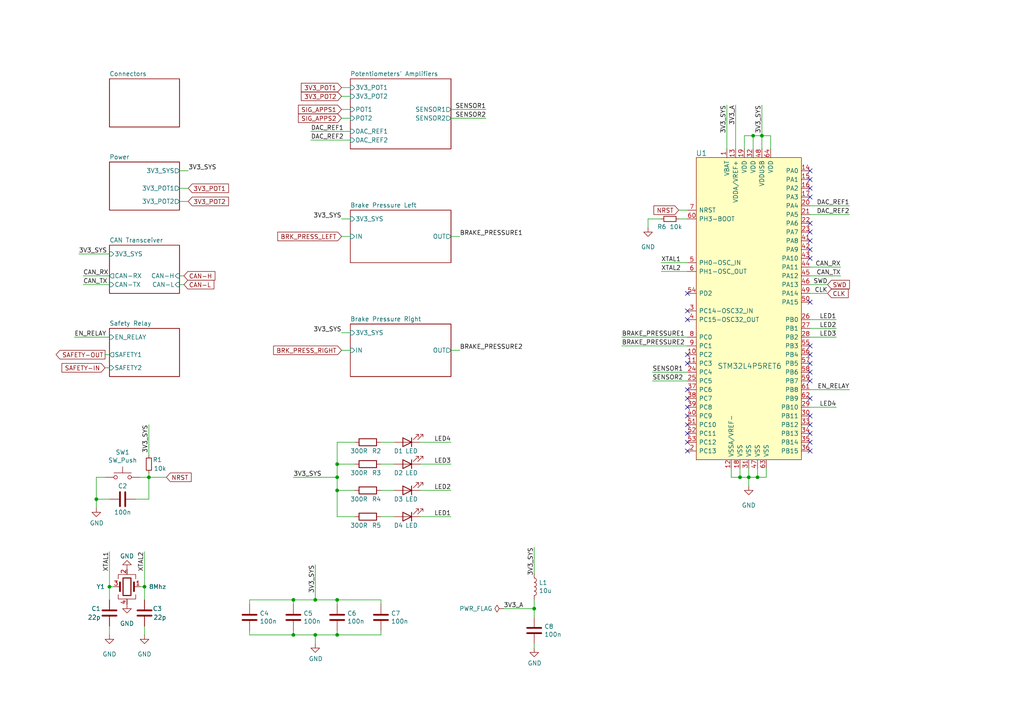
<source format=kicad_sch>
(kicad_sch (version 20230121) (generator eeschema)
  (paper "A4")
  (title_block (title "Accelerator Pedal Position Sensor") (date "2023-04-22") (rev "2.0") (company "S. Sambor") (comment 1 "J. Jurczak") (comment 2 "P. Gawron") (comment 3 "I. Kajdan"))
  (lib_symbols
    (symbol "Device:C" (pin_numbers hide) (pin_names (offset 0.254))
      (property "Reference" "C" (at 0.635 2.54 0))
      (property "Value" "C" (at 0.635 -2.54 0))
      (symbol "C_0_1"
        (polyline (pts (xy -2.032 -0.762) (xy 2.032 -0.762)) (stroke (width 0.508)))
        (polyline (pts (xy -2.032 0.762) (xy 2.032 0.762)) (stroke (width 0.508)))
      )
      (symbol "C_1_1"
        (pin passive line (at 0 3.81 270) (length 2.794) (name "~") (number "1"))
        (pin passive line (at 0 -3.81 90) (length 2.794) (name "~") (number "2"))
      )
    )
    (symbol "Device:Crystal_GND24" (pin_names (offset 1.016) hide)
      (property "Reference" "Y" (at 3.175 5.08 0))
      (property "Value" "Crystal_GND24" (at 3.175 3.175 0))
      (symbol "Crystal_GND24_0_1"
        (rectangle (start -1.143 2.54) (end 1.143 -2.54) (stroke (width 0.3048)))
        (polyline (pts (xy -2.54 0) (xy -2.032 0)))
        (polyline (pts (xy -2.032 -1.27) (xy -2.032 1.27)) (stroke (width 0.508)))
        (polyline (pts (xy 0 -3.81) (xy 0 -3.556)))
        (polyline (pts (xy 0 3.556) (xy 0 3.81)))
        (polyline (pts (xy 2.032 -1.27) (xy 2.032 1.27)) (stroke (width 0.508)))
        (polyline (pts (xy 2.032 0) (xy 2.54 0)))
        (polyline (pts (xy -2.54 -2.286) (xy -2.54 -3.556) (xy 2.54 -3.556) (xy 2.54 -2.286)))
        (polyline (pts (xy -2.54 2.286) (xy -2.54 3.556) (xy 2.54 3.556) (xy 2.54 2.286)))
      )
      (symbol "Crystal_GND24_1_1"
        (pin passive line (at -3.81 0 0) (length 1.27) (name "1") (number "1"))
        (pin passive line (at 0 5.08 270) (length 1.27) (name "2") (number "2"))
        (pin passive line (at 3.81 0 180) (length 1.27) (name "3") (number "3"))
        (pin passive line (at 0 -5.08 90) (length 1.27) (name "4") (number "4"))
      )
    )
    (symbol "Device:L" (pin_numbers hide) (pin_names (offset 1.016) hide)
      (property "Reference" "L" (at -1.27 0 90))
      (property "Value" "L" (at 1.905 0 90))
      (symbol "L_0_1"
        (arc (start 0 -2.54) (mid 0.6323 -1.905) (end 0 -1.27))
        (arc (start 0 -1.27) (mid 0.6323 -0.635) (end 0 0))
        (arc (start 0 0) (mid 0.6323 0.635) (end 0 1.27))
        (arc (start 0 1.27) (mid 0.6323 1.905) (end 0 2.54))
      )
      (symbol "L_1_1"
        (pin passive line (at 0 3.81 270) (length 1.27) (name "1") (number "1"))
        (pin passive line (at 0 -3.81 90) (length 1.27) (name "2") (number "2"))
      )
    )
    (symbol "Device:LED" (pin_numbers hide) (pin_names (offset 1.016) hide)
      (property "Reference" "D" (at 0 2.54 0))
      (property "Value" "LED" (at 0 -2.54 0))
      (symbol "LED_0_1"
        (polyline (pts (xy -1.27 -1.27) (xy -1.27 1.27)) (stroke (width 0.254)))
        (polyline (pts (xy -1.27 0) (xy 1.27 0)))
        (polyline (pts (xy 1.27 -1.27) (xy 1.27 1.27) (xy -1.27 0) (xy 1.27 -1.27)) (stroke (width 0.254)))
        (polyline (pts (xy -3.048 -0.762) (xy -4.572 -2.286) (xy -3.81 -2.286) (xy -4.572 -2.286) (xy -4.572 -1.524)))
        (polyline (pts (xy -1.778 -0.762) (xy -3.302 -2.286) (xy -2.54 -2.286) (xy -3.302 -2.286) (xy -3.302 -1.524)))
      )
      (symbol "LED_1_1"
        (pin passive line (at -3.81 0 0) (length 2.54) (name "K") (number "1"))
        (pin passive line (at 3.81 0 180) (length 2.54) (name "A") (number "2"))
      )
    )
    (symbol "Device:R" (pin_numbers hide) (pin_names (offset 0))
      (property "Reference" "R" (at 2.032 0 90))
      (property "Value" "R" (at 0 0 90))
      (symbol "R_0_1"
        (rectangle (start -1.016 -2.54) (end 1.016 2.54) (stroke (width 0.254)))
      )
      (symbol "R_1_1"
        (pin passive line (at 0 3.81 270) (length 1.27) (name "~") (number "1"))
        (pin passive line (at 0 -3.81 90) (length 1.27) (name "~") (number "2"))
      )
    )
    (symbol "Device:R_Small" (pin_numbers hide) (pin_names (offset 0.254) hide)
      (property "Reference" "R" (at 0.762 0.508 0))
      (property "Value" "R_Small" (at 0.762 -1.016 0))
      (symbol "R_Small_0_1"
        (rectangle (start -0.762 1.778) (end 0.762 -1.778) (stroke (width 0.2032)))
      )
      (symbol "R_Small_1_1"
        (pin passive line (at 0 2.54 270) (length 0.762) (name "~") (number "1"))
        (pin passive line (at 0 -2.54 90) (length 0.762) (name "~") (number "2"))
      )
    )
    (symbol "STM32L4P5RET6:STM32L4P5RET6" (pin_names (offset 0.762))
      (property "Reference" "U" (at -13.97 43.18 0))
      (property "Value" "STM32L4P5RET6" (at 0 -20.32 90))
      (symbol "STM32L4P5RET6_0_0"
        (pin power_in line (at -6.35 44.45 270) (length 2.54) (name "VBAT") (number "1"))
        (pin bidirectional line (at -17.78 -15.24 0) (length 2.54) (name "PC2") (number "10"))
        (pin bidirectional line (at -17.78 -17.78 0) (length 2.54) (name "PC3") (number "11"))
        (pin power_in line (at -5.08 -48.26 90) (length 2.54) (name "VSSA/VREF-") (number "12"))
        (pin power_in line (at -3.81 44.45 270) (length 2.54) (name "VDDA/VREF+") (number "13"))
        (pin bidirectional line (at 17.78 38.1 180) (length 2.54) (name "PA0") (number "14"))
        (pin bidirectional line (at 17.78 35.56 180) (length 2.54) (name "PA1") (number "15"))
        (pin bidirectional line (at 17.78 33.02 180) (length 2.54) (name "PA2") (number "16"))
        (pin bidirectional line (at 17.78 30.48 180) (length 2.54) (name "PA3") (number "17"))
        (pin power_in line (at -2.54 -48.26 90) (length 2.54) (name "VSS") (number "18"))
        (pin power_in line (at -1.27 44.45 270) (length 2.54) (name "VDD") (number "19"))
        (pin bidirectional line (at -17.78 -43.18 0) (length 2.54) (name "PC13") (number "2"))
        (pin bidirectional line (at 17.78 27.94 180) (length 2.54) (name "PA4") (number "20"))
        (pin bidirectional line (at 17.78 25.4 180) (length 2.54) (name "PA5") (number "21"))
        (pin bidirectional line (at 17.78 22.86 180) (length 2.54) (name "PA6") (number "22"))
        (pin bidirectional line (at 17.78 20.32 180) (length 2.54) (name "PA7") (number "23"))
        (pin bidirectional line (at -17.78 -20.32 0) (length 2.54) (name "PC4") (number "24"))
        (pin bidirectional line (at -17.78 -22.86 0) (length 2.54) (name "PC5") (number "25"))
        (pin bidirectional line (at 17.78 -5.08 180) (length 2.54) (name "PB0") (number "26"))
        (pin bidirectional line (at 17.78 -7.62 180) (length 2.54) (name "PB1") (number "27"))
        (pin bidirectional line (at 17.78 -10.16 180) (length 2.54) (name "PB2") (number "28"))
        (pin bidirectional line (at 17.78 -30.48 180) (length 2.54) (name "PB10") (number "29"))
        (pin bidirectional line (at -17.78 -2.54 0) (length 2.54) (name "PC14-OSC32_IN") (number "3"))
        (pin bidirectional line (at 17.78 -33.02 180) (length 2.54) (name "PB11") (number "30"))
        (pin power_in line (at 0 -48.26 90) (length 2.54) (name "VSS") (number "31"))
        (pin power_in line (at 1.27 44.45 270) (length 2.54) (name "VDD") (number "32"))
        (pin bidirectional line (at 17.78 -35.56 180) (length 2.54) (name "PB12") (number "33"))
        (pin bidirectional line (at 17.78 -38.1 180) (length 2.54) (name "PB13") (number "34"))
        (pin bidirectional line (at 17.78 -40.64 180) (length 2.54) (name "PB14") (number "35"))
        (pin bidirectional line (at 17.78 -43.18 180) (length 2.54) (name "PB15") (number "36"))
        (pin bidirectional line (at -17.78 -25.4 0) (length 2.54) (name "PC6") (number "37"))
        (pin bidirectional line (at -17.78 -27.94 0) (length 2.54) (name "PC7") (number "38"))
        (pin bidirectional line (at -17.78 -30.48 0) (length 2.54) (name "PC8") (number "39"))
        (pin bidirectional line (at -17.78 -5.08 0) (length 2.54) (name "PC15-OSC32_OUT") (number "4"))
        (pin bidirectional line (at -17.78 -33.02 0) (length 2.54) (name "PC9") (number "40"))
        (pin bidirectional line (at 17.78 17.78 180) (length 2.54) (name "PA8") (number "41"))
        (pin bidirectional line (at 17.78 15.24 180) (length 2.54) (name "PA9") (number "42"))
        (pin bidirectional line (at 17.78 12.7 180) (length 2.54) (name "PA10") (number "43"))
        (pin bidirectional line (at 17.78 10.16 180) (length 2.54) (name "PA11") (number "44"))
        (pin bidirectional line (at 17.78 7.62 180) (length 2.54) (name "PA12") (number "45"))
        (pin bidirectional line (at 17.78 5.08 180) (length 2.54) (name "PA13") (number "46"))
        (pin power_in line (at 2.54 -48.26 90) (length 2.54) (name "VSS") (number "47"))
        (pin power_in line (at 3.81 44.45 270) (length 2.54) (name "VDDUSB") (number "48"))
        (pin bidirectional line (at 17.78 2.54 180) (length 2.54) (name "PA14") (number "49"))
        (pin input line (at -17.78 11.43 0) (length 2.54) (name "PH0-OSC_IN") (number "5"))
        (pin bidirectional line (at 17.78 0 180) (length 2.54) (name "PA15") (number "50"))
        (pin bidirectional line (at -17.78 -35.56 0) (length 2.54) (name "PC10") (number "51"))
        (pin bidirectional line (at -17.78 -38.1 0) (length 2.54) (name "PC11") (number "52"))
        (pin bidirectional line (at -17.78 -40.64 0) (length 2.54) (name "PC12") (number "53"))
        (pin bidirectional line (at -17.78 2.54 0) (length 2.54) (name "PD2") (number "54"))
        (pin bidirectional line (at 17.78 -12.7 180) (length 2.54) (name "PB3") (number "55"))
        (pin bidirectional line (at 17.78 -15.24 180) (length 2.54) (name "PB4") (number "56"))
        (pin bidirectional line (at 17.78 -17.78 180) (length 2.54) (name "PB5") (number "57"))
        (pin bidirectional line (at 17.78 -20.32 180) (length 2.54) (name "PB6") (number "58"))
        (pin bidirectional line (at 17.78 -22.86 180) (length 2.54) (name "PB7") (number "59"))
        (pin input line (at -17.78 8.89 0) (length 2.54) (name "PH1-OSC_OUT") (number "6"))
        (pin input line (at -17.78 24.13 0) (length 2.54) (name "PH3-BOOT") (number "60"))
        (pin bidirectional line (at 17.78 -25.4 180) (length 2.54) (name "PB8") (number "61"))
        (pin bidirectional line (at 17.78 -27.94 180) (length 2.54) (name "PB9") (number "62"))
        (pin power_in line (at 5.08 -48.26 90) (length 2.54) (name "VSS") (number "63"))
        (pin power_in line (at 6.35 44.45 270) (length 2.54) (name "VDD") (number "64"))
        (pin input line (at -17.78 26.67 0) (length 2.54) (name "NRST") (number "7"))
        (pin bidirectional line (at -17.78 -10.16 0) (length 2.54) (name "PC0") (number "8"))
        (pin bidirectional line (at -17.78 -12.7 0) (length 2.54) (name "PC1") (number "9"))
      )
      (symbol "STM32L4P5RET6_0_1"
        (rectangle (start 15.24 41.91) (end -15.24 -45.72) (fill (type background)))
      )
    )
    (symbol "Switch:SW_Push" (pin_numbers hide) (pin_names (offset 1.016) hide)
      (property "Reference" "SW" (at 1.27 2.54 0))
      (property "Value" "SW_Push" (at 0 -1.524 0))
      (symbol "SW_Push_0_1"
        (circle (center -2.032 0) (radius 0.508))
        (polyline (pts (xy 0 1.27) (xy 0 3.048)))
        (polyline (pts (xy 2.54 1.27) (xy -2.54 1.27)))
        (circle (center 2.032 0) (radius 0.508))
        (pin passive line (at -5.08 0 0) (length 2.54) (name "1") (number "1"))
        (pin passive line (at 5.08 0 180) (length 2.54) (name "2") (number "2"))
      )
    )
    (symbol "power:GND" (power) (pin_names (offset 0))
      (property "Value" "GND" (at 0 -3.81 0))
      (symbol "GND_0_1"
        (polyline (pts (xy 0 0) (xy 0 -1.27) (xy 1.27 -1.27) (xy 0 -2.54) (xy -1.27 -1.27) (xy 0 -1.27)))
      )
      (symbol "GND_1_1"
        (pin power_in line (at 0 0 270) (length 0) hide (name "GND") (number "1"))
      )
    )
    (symbol "power:PWR_FLAG" (power) (pin_numbers hide) (pin_names (offset 0) hide)
      (property "Value" "PWR_FLAG" (at 0 3.81 0))
      (symbol "PWR_FLAG_0_0"
        (pin power_out line (at 0 0 90) (length 0) (name "pwr") (number "1"))
      )
      (symbol "PWR_FLAG_0_1"
        (polyline (pts (xy 0 0) (xy 0 1.27) (xy -1.016 1.905) (xy 0 2.54) (xy 1.016 1.905) (xy 0 1.27)))
      )
    )
  )
  (junction (at 91.44 184.15))
  (junction (at 31.75 170.18))
  (junction (at 218.44 39.37))
  (junction (at 43.18 138.43))
  (junction (at 97.79 173.99))
  (junction (at 97.79 184.15))
  (junction (at 85.09 184.15))
  (junction (at 214.63 138.43))
  (junction (at 219.71 138.43))
  (junction (at 27.94 144.78))
  (junction (at 220.98 39.37))
  (junction (at 91.44 173.99))
  (junction (at 97.79 138.43))
  (junction (at 97.79 134.62))
  (junction (at 85.09 173.99))
  (junction (at 154.94 176.53))
  (junction (at 97.79 142.24))
  (junction (at 41.91 170.18))
  (junction (at 217.17 138.43))
  (no_connect (at 234.95 64.77))
  (no_connect (at 234.95 67.31))
  (no_connect (at 234.95 57.15))
  (no_connect (at 234.95 54.61))
  (no_connect (at 234.95 52.07))
  (no_connect (at 234.95 49.53))
  (no_connect (at 234.95 107.95))
  (no_connect (at 234.95 110.49))
  (no_connect (at 234.95 105.41))
  (no_connect (at 234.95 100.33))
  (no_connect (at 234.95 102.87))
  (no_connect (at 234.95 87.63))
  (no_connect (at 234.95 74.93))
  (no_connect (at 234.95 72.39))
  (no_connect (at 234.95 69.85))
  (no_connect (at 199.39 92.71))
  (no_connect (at 199.39 90.17))
  (no_connect (at 199.39 85.09))
  (no_connect (at 199.39 113.03))
  (no_connect (at 199.39 115.57))
  (no_connect (at 199.39 102.87))
  (no_connect (at 199.39 105.41))
  (no_connect (at 234.95 123.19))
  (no_connect (at 234.95 125.73))
  (no_connect (at 234.95 128.27))
  (no_connect (at 234.95 130.81))
  (no_connect (at 234.95 120.65))
  (no_connect (at 234.95 115.57))
  (no_connect (at 199.39 130.81))
  (no_connect (at 199.39 128.27))
  (no_connect (at 199.39 118.11))
  (no_connect (at 199.39 120.65))
  (no_connect (at 199.39 123.19))
  (no_connect (at 199.39 125.73))
  (wire (pts (xy 243.84 77.47) (xy 234.95 77.47)))
  (wire (pts (xy 187.96 63.5) (xy 191.77 63.5)))
  (wire (pts (xy 91.44 173.99) (xy 97.79 173.99)))
  (wire (pts (xy 243.84 80.01) (xy 234.95 80.01)))
  (wire (pts (xy 99.06 34.29) (xy 101.6 34.29)))
  (wire (pts (xy 110.49 142.24) (xy 114.3 142.24)))
  (wire (pts (xy 27.94 147.32) (xy 27.94 144.78)))
  (wire (pts (xy 99.06 31.75) (xy 101.6 31.75)))
  (wire (pts (xy 72.39 184.15) (xy 72.39 182.88)))
  (wire (pts (xy 242.57 95.25) (xy 234.95 95.25)))
  (wire (pts (xy 222.25 138.43) (xy 222.25 135.89)))
  (wire (pts (xy 102.87 149.86) (xy 97.79 149.86)))
  (wire (pts (xy 99.06 63.5) (xy 101.6 63.5)))
  (wire (pts (xy 27.94 138.43) (xy 30.48 138.43)))
  (wire (pts (xy 39.37 144.78) (xy 43.18 144.78)))
  (wire (pts (xy 97.79 128.27) (xy 102.87 128.27)))
  (wire (pts (xy 99.06 101.6) (xy 101.6 101.6)))
  (wire (pts (xy 40.64 170.18) (xy 41.91 170.18)))
  (wire (pts (xy 90.17 40.64) (xy 101.6 40.64)))
  (wire (pts (xy 91.44 184.15) (xy 97.79 184.15)))
  (wire (pts (xy 91.44 173.99) (xy 85.09 173.99)))
  (wire (pts (xy 85.09 182.88) (xy 85.09 184.15)))
  (wire (pts (xy 219.71 138.43) (xy 222.25 138.43)))
  (wire (pts (xy 219.71 138.43) (xy 219.71 135.89)))
  (wire (pts (xy 99.06 68.58) (xy 101.6 68.58)))
  (wire (pts (xy 97.79 149.86) (xy 97.79 142.24)))
  (wire (pts (xy 52.07 58.42) (xy 54.61 58.42)))
  (wire (pts (xy 212.09 135.89) (xy 212.09 138.43)))
  (wire (pts (xy 43.18 138.43) (xy 48.26 138.43)))
  (wire (pts (xy 154.94 179.07) (xy 154.94 176.53)))
  (wire (pts (xy 31.75 170.18) (xy 33.02 170.18)))
  (wire (pts (xy 52.07 80.01) (xy 53.34 80.01)))
  (wire (pts (xy 187.96 63.5) (xy 187.96 66.04)))
  (wire (pts (xy 97.79 142.24) (xy 102.87 142.24)))
  (wire (pts (xy 220.98 39.37) (xy 223.52 39.37)))
  (wire (pts (xy 191.77 78.74) (xy 199.39 78.74)))
  (wire (pts (xy 43.18 123.19) (xy 43.18 132.08)))
  (wire (pts (xy 31.75 170.18) (xy 31.75 173.99)))
  (wire (pts (xy 85.09 173.99) (xy 72.39 173.99)))
  (wire (pts (xy 212.09 138.43) (xy 214.63 138.43)))
  (wire (pts (xy 97.79 138.43) (xy 97.79 134.62)))
  (wire (pts (xy 121.92 134.62) (xy 130.81 134.62)))
  (wire (pts (xy 91.44 184.15) (xy 91.44 186.69)))
  (wire (pts (xy 223.52 39.37) (xy 223.52 43.18)))
  (wire (pts (xy 24.13 80.01) (xy 31.75 80.01)))
  (wire (pts (xy 199.39 97.79) (xy 180.34 97.79)))
  (wire (pts (xy 85.09 184.15) (xy 91.44 184.15)))
  (wire (pts (xy 214.63 138.43) (xy 214.63 135.89)))
  (wire (pts (xy 85.09 138.43) (xy 97.79 138.43)))
  (wire (pts (xy 217.17 138.43) (xy 219.71 138.43)))
  (wire (pts (xy 189.23 107.95) (xy 199.39 107.95)))
  (wire (pts (xy 242.57 92.71) (xy 234.95 92.71)))
  (wire (pts (xy 154.94 158.75) (xy 154.94 166.37)))
  (wire (pts (xy 30.48 102.87) (xy 31.75 102.87)))
  (wire (pts (xy 246.38 59.69) (xy 234.95 59.69)))
  (wire (pts (xy 40.64 138.43) (xy 43.18 138.43)))
  (wire (pts (xy 41.91 160.02) (xy 41.91 170.18)))
  (wire (pts (xy 246.38 62.23) (xy 234.95 62.23)))
  (wire (pts (xy 90.17 38.1) (xy 101.6 38.1)))
  (wire (pts (xy 121.92 128.27) (xy 130.81 128.27)))
  (wire (pts (xy 110.49 149.86) (xy 114.3 149.86)))
  (wire (pts (xy 41.91 184.15) (xy 41.91 181.61)))
  (wire (pts (xy 121.92 142.24) (xy 130.81 142.24)))
  (wire (pts (xy 110.49 134.62) (xy 114.3 134.62)))
  (wire (pts (xy 97.79 138.43) (xy 97.79 142.24)))
  (wire (pts (xy 217.17 138.43) (xy 217.17 140.97)))
  (wire (pts (xy 110.49 173.99) (xy 110.49 175.26)))
  (wire (pts (xy 97.79 134.62) (xy 97.79 128.27)))
  (wire (pts (xy 99.06 96.52) (xy 101.6 96.52)))
  (wire (pts (xy 91.44 163.83) (xy 91.44 173.99)))
  (wire (pts (xy 97.79 182.88) (xy 97.79 184.15)))
  (wire (pts (xy 30.48 106.68) (xy 31.75 106.68)))
  (wire (pts (xy 52.07 49.53) (xy 54.61 49.53)))
  (wire (pts (xy 85.09 184.15) (xy 72.39 184.15)))
  (wire (pts (xy 130.81 68.58) (xy 133.35 68.58)))
  (wire (pts (xy 154.94 186.69) (xy 154.94 187.96)))
  (wire (pts (xy 97.79 134.62) (xy 102.87 134.62)))
  (wire (pts (xy 43.18 144.78) (xy 43.18 138.43)))
  (wire (pts (xy 110.49 128.27) (xy 114.3 128.27)))
  (wire (pts (xy 220.98 39.37) (xy 220.98 43.18)))
  (wire (pts (xy 242.57 118.11) (xy 234.95 118.11)))
  (wire (pts (xy 21.59 97.79) (xy 31.75 97.79)))
  (wire (pts (xy 189.23 110.49) (xy 199.39 110.49)))
  (wire (pts (xy 52.07 82.55) (xy 53.34 82.55)))
  (wire (pts (xy 99.06 27.94) (xy 101.6 27.94)))
  (wire (pts (xy 218.44 39.37) (xy 220.98 39.37)))
  (wire (pts (xy 130.81 31.75) (xy 140.97 31.75)))
  (wire (pts (xy 191.77 76.2) (xy 199.39 76.2)))
  (wire (pts (xy 199.39 100.33) (xy 180.34 100.33)))
  (wire (pts (xy 146.05 176.53) (xy 154.94 176.53)))
  (wire (pts (xy 130.81 101.6) (xy 133.35 101.6)))
  (wire (pts (xy 97.79 173.99) (xy 97.79 175.26)))
  (wire (pts (xy 246.38 113.03) (xy 234.95 113.03)))
  (wire (pts (xy 22.86 73.66) (xy 31.75 73.66)))
  (wire (pts (xy 240.03 82.55) (xy 234.95 82.55)))
  (wire (pts (xy 24.13 82.55) (xy 31.75 82.55)))
  (wire (pts (xy 27.94 144.78) (xy 27.94 138.43)))
  (wire (pts (xy 85.09 173.99) (xy 85.09 175.26)))
  (wire (pts (xy 196.85 60.96) (xy 199.39 60.96)))
  (wire (pts (xy 220.98 30.48) (xy 220.98 39.37)))
  (wire (pts (xy 52.07 54.61) (xy 54.61 54.61)))
  (wire (pts (xy 215.9 43.18) (xy 215.9 39.37)))
  (wire (pts (xy 110.49 173.99) (xy 97.79 173.99)))
  (wire (pts (xy 217.17 135.89) (xy 217.17 138.43)))
  (wire (pts (xy 110.49 182.88) (xy 110.49 184.15)))
  (wire (pts (xy 27.94 144.78) (xy 31.75 144.78)))
  (wire (pts (xy 72.39 173.99) (xy 72.39 175.26)))
  (wire (pts (xy 43.18 137.16) (xy 43.18 138.43)))
  (wire (pts (xy 41.91 173.99) (xy 41.91 170.18)))
  (wire (pts (xy 242.57 97.79) (xy 234.95 97.79)))
  (wire (pts (xy 240.03 85.09) (xy 234.95 85.09)))
  (wire (pts (xy 130.81 34.29) (xy 140.97 34.29)))
  (wire (pts (xy 210.82 30.48) (xy 210.82 43.18)))
  (wire (pts (xy 196.85 63.5) (xy 199.39 63.5)))
  (wire (pts (xy 215.9 39.37) (xy 218.44 39.37)))
  (wire (pts (xy 31.75 181.61) (xy 31.75 184.15)))
  (wire (pts (xy 213.36 30.48) (xy 213.36 43.18)))
  (wire (pts (xy 214.63 138.43) (xy 217.17 138.43)))
  (wire (pts (xy 121.92 149.86) (xy 130.81 149.86)))
  (wire (pts (xy 218.44 39.37) (xy 218.44 43.18)))
  (wire (pts (xy 99.06 25.4) (xy 101.6 25.4)))
  (wire (pts (xy 31.75 160.02) (xy 31.75 170.18)))
  (wire (pts (xy 154.94 176.53) (xy 154.94 173.99)))
  (wire (pts (xy 110.49 184.15) (xy 97.79 184.15)))
  (label "LED3" (at 130.81 134.62 180))
  (label "XTAL2" (at 41.91 160.02 270))
  (label "3V3_SYS" (at 22.86 73.66 0))
  (label "DAC_REF2" (at 90.17 40.64 0))
  (label "CLK" (at 240.03 85.09 180))
  (label "3V3_SYS" (at 154.94 158.75 270))
  (label "3V3_SYS" (at 85.09 138.43 0))
  (label "LED3" (at 242.57 97.79 180))
  (label "XTAL2" (at 191.77 78.74 0))
  (label "XTAL1" (at 191.77 76.2 0))
  (label "3V3_A" (at 146.05 176.53 0))
  (label "3V3_SYS" (at 210.82 30.48 270))
  (label "3V3_A" (at 213.36 30.48 270))
  (label "3V3_SYS" (at 91.44 163.83 270))
  (label "BRAKE_PRESSURE2" (at 180.34 100.33 0))
  (label "SENSOR2" (at 140.97 34.29 180))
  (label "BRAKE_PRESSURE1" (at 180.34 97.79 0))
  (label "SWD" (at 240.03 82.55 180))
  (label "XTAL1" (at 31.75 160.02 270))
  (label "SENSOR1" (at 189.23 107.95 0))
  (label "3V3_SYS" (at 54.61 49.53 0))
  (label "LED2" (at 242.57 95.25 180))
  (label "SENSOR2" (at 189.23 110.49 0))
  (label "LED2" (at 130.81 142.24 180))
  (label "3V3_SYS" (at 220.98 30.48 270))
  (label "LED1" (at 130.81 149.86 180))
  (label "3V3_SYS" (at 99.06 96.52 180))
  (label "BRAKE_PRESSURE2" (at 133.35 101.6 0))
  (label "3V3_SYS" (at 43.18 123.19 270))
  (label "CAN_TX" (at 243.84 80.01 180))
  (label "EN_RELAY" (at 246.38 113.03 180))
  (label "SENSOR1" (at 140.97 31.75 180))
  (label "LED4" (at 242.57 118.11 180))
  (label "LED4" (at 130.81 128.27 180))
  (label "3V3_SYS" (at 99.06 63.5 180))
  (label "DAC_REF1" (at 246.38 59.69 180))
  (label "EN_RELAY" (at 21.59 97.79 0))
  (label "CAN_TX" (at 24.13 82.55 0))
  (label "LED1" (at 242.57 92.71 180))
  (label "DAC_REF2" (at 246.38 62.23 180))
  (label "CAN_RX" (at 243.84 77.47 180))
  (label "CAN_RX" (at 24.13 80.01 0))
  (label "DAC_REF1" (at 90.17 38.1 0))
  (label "BRAKE_PRESSURE1" (at 133.35 68.58 0))
  (global_label "BRK_PRESS_RIGHT" (shape input) (at 99.06 101.6 180) (property "Intersheetrefs" "${INTERSHEET_REFS}" (effects hide)))
  (global_label "CLK" (shape input) (at 240.03 85.09 0) (property "Intersheetrefs" "${INTERSHEET_REFS}" (effects hide)))
  (global_label "BRK_PRESS_LEFT" (shape input) (at 99.06 68.58 180) (property "Intersheetrefs" "${INTERSHEET_REFS}" (effects hide)))
  (global_label "SIG_APPS1" (shape input) (at 99.06 31.75 180) (property "Intersheetrefs" "${INTERSHEET_REFS}" (effects hide)))
  (global_label "SAFETY-OUT" (shape output) (at 30.48 102.87 180) (property "Intersheetrefs" "${INTERSHEET_REFS}" (effects hide)))
  (global_label "CAN-L" (shape input) (at 53.34 82.55 0) (property "Intersheetrefs" "${INTERSHEET_REFS}" (effects hide)))
  (global_label "3V3_POT2" (shape input) (at 54.61 58.42 0) (property "Intersheetrefs" "${INTERSHEET_REFS}" (effects hide)))
  (global_label "NRST" (shape input) (at 196.85 60.96 180) (property "Intersheetrefs" "${INTERSHEET_REFS}" (effects hide)))
  (global_label "SAFETY-IN" (shape input) (at 30.48 106.68 180) (property "Intersheetrefs" "${INTERSHEET_REFS}" (effects hide)))
  (global_label "SWD" (shape input) (at 240.03 82.55 0) (property "Intersheetrefs" "${INTERSHEET_REFS}" (effects hide)))
  (global_label "NRST" (shape input) (at 48.26 138.43 0) (property "Intersheetrefs" "${INTERSHEET_REFS}" (effects hide)))
  (global_label "CAN-H" (shape input) (at 53.34 80.01 0) (property "Intersheetrefs" "${INTERSHEET_REFS}" (effects hide)))
  (global_label "3V3_POT2" (shape input) (at 99.06 27.94 180) (property "Intersheetrefs" "${INTERSHEET_REFS}" (effects hide)))
  (global_label "3V3_POT1" (shape input) (at 54.61 54.61 0) (property "Intersheetrefs" "${INTERSHEET_REFS}" (effects hide)))
  (global_label "SIG_APPS2" (shape input) (at 99.06 34.29 180) (property "Intersheetrefs" "${INTERSHEET_REFS}" (effects hide)))
  (global_label "3V3_POT1" (shape input) (at 99.06 25.4 180) (property "Intersheetrefs" "${INTERSHEET_REFS}" (effects hide)))
  (symbol (lib_id "Device:C") (at 72.39 179.07 0) (unit 1)
    (property "Reference" "C4" (at 75.311 177.9016 0) (effects (justify left)))
    (property "Value" "100n" (at 75.311 180.213 0) (effects (justify left)))
    (property "Footprint" "Capacitor_SMD:C_0603_1608Metric_Pad1.08x0.95mm_HandSolder" (effects hide))
  )
  (symbol (lib_id "Device:C") (at 85.09 179.07 0) (unit 1)
    (property "Reference" "C5" (at 88.011 177.9016 0) (effects (justify left)))
    (property "Value" "100n" (at 88.011 180.213 0) (effects (justify left)))
    (property "Footprint" "Capacitor_SMD:C_0603_1608Metric_Pad1.08x0.95mm_HandSolder" (effects hide))
  )
  (symbol (lib_id "Device:C") (at 97.79 179.07 0) (unit 1)
    (property "Reference" "C6" (at 100.711 177.9016 0) (effects (justify left)))
    (property "Value" "100n" (at 100.711 180.213 0) (effects (justify left)))
    (property "Footprint" "Capacitor_SMD:C_0603_1608Metric_Pad1.08x0.95mm_HandSolder" (effects hide))
  )
  (symbol (lib_id "Device:C") (at 110.49 179.07 0) (unit 1)
    (property "Reference" "C7" (at 113.411 177.9016 0) (effects (justify left)))
    (property "Value" "100n" (at 113.411 180.213 0) (effects (justify left)))
    (property "Footprint" "Capacitor_SMD:C_0603_1608Metric_Pad1.08x0.95mm_HandSolder" (effects hide))
  )
  (symbol (lib_id "Device:L") (at 154.94 170.18 0) (unit 1)
    (property "Reference" "L1" (at 156.2862 169.0116 0) (effects (justify left)))
    (property "Value" "10u" (at 156.2862 171.323 0) (effects (justify left)))
    (property "Footprint" "Inductor_SMD:L_0603_1608Metric_Pad1.05x0.95mm_HandSolder" (effects hide))
  )
  (symbol (lib_id "Device:C") (at 154.94 182.88 0) (unit 1)
    (property "Reference" "C8" (at 157.861 181.7116 0) (effects (justify left)))
    (property "Value" "100n" (at 157.861 184.023 0) (effects (justify left)))
    (property "Footprint" "Capacitor_SMD:C_0603_1608Metric_Pad1.08x0.95mm_HandSolder" (effects hide))
  )
  (symbol (lib_id "power:GND") (at 91.44 186.69 0) (unit 1)
    (property "Reference" "#PWR06" (effects hide))
    (property "Value" "GND" (at 91.567 191.0842 0))
  )
  (symbol (lib_id "power:GND") (at 154.94 187.96 0) (unit 1)
    (property "Reference" "#PWR07" (effects hide))
    (property "Value" "GND" (at 155.067 192.3542 0))
  )
  (symbol (lib_id "Device:R_Small") (at 194.31 63.5 90) (mirror x) (unit 1)
    (property "Reference" "R6" (at 193.294 65.786 90) (effects (justify left)))
    (property "Value" "10k" (at 197.866 65.786 90) (effects (justify left)))
    (property "Footprint" "Resistor_SMD:R_0603_1608Metric_Pad0.98x0.95mm_HandSolder" (effects hide))
  )
  (symbol (lib_id "Device:C") (at 35.56 144.78 270) (unit 1)
    (property "Reference" "C2" (at 35.56 140.97 90))
    (property "Value" "100n" (at 35.56 148.59 90))
    (property "Footprint" "Capacitor_SMD:C_0603_1608Metric_Pad1.08x0.95mm_HandSolder" (effects hide))
  )
  (symbol (lib_id "Switch:SW_Push") (at 35.56 138.43 0) (unit 1)
    (property "Reference" "SW1" (at 35.56 131.191 0))
    (property "Value" "SW_Push" (at 35.56 133.5024 0))
    (property "Footprint" "Button_Switch_THT:SW_PUSH_6mm" (effects hide))
  )
  (symbol (lib_id "Device:C") (at 31.75 177.8 0) (unit 1)
    (property "Reference" "C1" (at 29.21 176.53 0) (effects (justify right)))
    (property "Value" "22p" (at 29.21 179.07 0) (effects (justify right)))
    (property "Footprint" "Capacitor_SMD:C_0603_1608Metric_Pad1.08x0.95mm_HandSolder" (effects hide))
  )
  (symbol (lib_id "Device:C") (at 41.91 177.8 0) (unit 1)
    (property "Reference" "C3" (at 46.99 176.53 0) (effects (justify right)))
    (property "Value" "22p" (at 48.26 179.07 0) (effects (justify right)))
    (property "Footprint" "Capacitor_SMD:C_0603_1608Metric_Pad1.08x0.95mm_HandSolder" (effects hide))
  )
  (symbol (lib_id "Device:R") (at 106.68 149.86 90) (unit 1)
    (property "Reference" "R5" (at 109.22 152.4 90))
    (property "Value" "300R" (at 104.14 152.4 90))
    (property "Footprint" "Resistor_SMD:R_0603_1608Metric_Pad0.98x0.95mm_HandSolder" (effects hide))
  )
  (symbol (lib_id "Device:R") (at 106.68 142.24 270) (unit 1)
    (property "Reference" "R4" (at 109.22 144.78 90))
    (property "Value" "300R" (at 104.14 144.78 90))
    (property "Footprint" "Resistor_SMD:R_0603_1608Metric_Pad0.98x0.95mm_HandSolder" (effects hide))
  )
  (symbol (lib_id "Device:R") (at 106.68 134.62 270) (unit 1)
    (property "Reference" "R3" (at 109.22 137.16 90))
    (property "Value" "300R" (at 104.14 137.16 90))
    (property "Footprint" "Resistor_SMD:R_0603_1608Metric_Pad0.98x0.95mm_HandSolder" (effects hide))
  )
  (symbol (lib_id "Device:LED") (at 118.11 149.86 180) (unit 1)
    (property "Reference" "D4" (at 115.57 152.4 0))
    (property "Value" "LED" (at 119.38 152.4 0))
    (property "Footprint" "LED_SMD:LED_0603_1608Metric_Pad1.05x0.95mm_HandSolder" (effects hide))
  )
  (symbol (lib_id "Device:LED") (at 118.11 142.24 180) (unit 1)
    (property "Reference" "D3" (at 115.57 144.78 0))
    (property "Value" "LED" (at 119.38 144.78 0))
    (property "Footprint" "LED_SMD:LED_0603_1608Metric_Pad1.05x0.95mm_HandSolder" (effects hide))
  )
  (symbol (lib_id "Device:LED") (at 118.11 134.62 180) (unit 1)
    (property "Reference" "D2" (at 115.57 137.16 0))
    (property "Value" "LED" (at 119.38 137.16 0))
    (property "Footprint" "LED_SMD:LED_0603_1608Metric_Pad1.05x0.95mm_HandSolder" (effects hide))
  )
  (symbol (lib_id "power:GND") (at 27.94 147.32 0) (unit 1)
    (property "Reference" "#PWR01" (effects hide))
    (property "Value" "GND" (at 28.067 151.7142 0))
  )
  (symbol (lib_id "Device:R_Small") (at 43.18 134.62 180) (unit 1)
    (property "Reference" "R1" (at 46.99 133.35 0) (effects (justify left)))
    (property "Value" "10k" (at 48.26 135.89 0) (effects (justify left)))
    (property "Footprint" "Resistor_SMD:R_0603_1608Metric_Pad0.98x0.95mm_HandSolder" (effects hide))
  )
  (symbol (lib_id "STM32L4P5RET6:STM32L4P5RET6") (at 217.17 87.63 0) (unit 1)
    (property "Reference" "U1" (at 203.454 44.45 0) (effects (font (size 1.524 1.524))))
    (property "Value" "STM32L4P5RET6" (at 217.424 106.172 0) (effects (font (size 1.524 1.524))))
    (property "Footprint" "Package_QFP:LQFP-64_10x10mm_P0.5mm" (effects hide))
    (property "Datasheet" "https://www.st.com/resource/en/datasheet/stm32l4p5ve.pdf" (effects hide))
  )
  (symbol (lib_id "power:GND") (at 36.83 165.1 180) (unit 1)
    (property "Reference" "#PWR03" (effects hide))
    (property "Value" "GND" (at 36.83 161.29 0))
  )
  (symbol (lib_id "power:GND") (at 41.91 184.15 0) (unit 1)
    (property "Reference" "#PWR05" (effects hide))
    (property "Value" "GND" (at 41.91 189.738 0))
  )
  (symbol (lib_id "power:GND") (at 187.96 66.04 0) (unit 1)
    (property "Reference" "#PWR08" (effects hide))
    (property "Value" "GND" (at 187.96 71.628 0))
  )
  (symbol (lib_id "power:GND") (at 31.75 184.15 0) (unit 1)
    (property "Reference" "#PWR02" (effects hide))
    (property "Value" "GND" (at 31.75 189.738 0))
  )
  (symbol (lib_id "Device:LED") (at 118.11 128.27 180) (unit 1)
    (property "Reference" "D1" (at 115.57 130.81 0))
    (property "Value" "LED" (at 119.38 130.81 0))
    (property "Footprint" "LED_SMD:LED_0603_1608Metric_Pad1.05x0.95mm_HandSolder" (effects hide))
  )
  (symbol (lib_id "power:PWR_FLAG") (at 146.05 176.53 90) (unit 1)
    (property "Reference" "#FLG01" (effects hide))
    (property "Value" "PWR_FLAG" (at 142.875 176.5299 90) (effects (justify left)))
  )
  (symbol (lib_id "power:GND") (at 36.83 175.26 0) (unit 1)
    (property "Reference" "#PWR04" (effects hide))
    (property "Value" "GND" (at 36.83 180.848 0))
  )
  (symbol (lib_id "Device:R") (at 106.68 128.27 90) (unit 1)
    (property "Reference" "R2" (at 109.22 130.81 90))
    (property "Value" "300R" (at 104.14 130.81 90))
    (property "Footprint" "Resistor_SMD:R_0603_1608Metric_Pad0.98x0.95mm_HandSolder" (effects hide))
  )
  (symbol (lib_id "Device:Crystal_GND24") (at 36.83 170.18 0) (mirror y) (unit 1)
    (property "Reference" "Y1" (at 27.94 170.18 0) (effects (justify right)))
    (property "Value" "8Mhz" (at 43.18 170.18 0) (effects (justify right)))
    (property "Footprint" "Crystal:Crystal_SMD_3225-4Pin_3.2x2.5mm" (effects hide))
  )
  (symbol (lib_id "power:GND") (at 217.17 140.97 0) (unit 1)
    (property "Reference" "#PWR09" (effects hide))
    (property "Value" "GND" (at 217.17 146.558 0))
  )
  (sheet (at 31.75 46.99) (size 20.32 13.97)
    (property "Sheetname" "Power" (at 31.75 46.2784 0) (effects (justify left bottom)))
    (property "Sheetfile" "PowerModule.kicad_sch" (effects hide))
    (pin "3V3_POT1" output (at 52.07 54.61 0))
    (pin "3V3_POT2" output (at 52.07 58.42 0))
    (pin "3V3_SYS" output (at 52.07 49.53 0))
  )
  (sheet (at 31.75 71.12) (size 20.32 13.97)
    (property "Sheetname" "CAN Transceiver" (at 31.75 70.4084 0) (effects (justify left bottom)))
    (property "Sheetfile" "CAN.kicad_sch" (effects hide))
    (pin "CAN-H" input (at 52.07 80.01 0))
    (pin "CAN-L" input (at 52.07 82.55 0))
    (pin "CAN-RX" output (at 31.75 80.01 180))
    (pin "3V3_SYS" input (at 31.75 73.66 180))
    (pin "CAN-TX" input (at 31.75 82.55 180))
  )
  (sheet (at 31.75 95.25) (size 20.32 13.97)
    (property "Sheetname" "Safety Relay" (at 31.75 94.5384 0) (effects (justify left bottom)))
    (property "Sheetfile" "Safety.kicad_sch" (effects hide))
    (pin "SAFETY2" input (at 31.75 106.68 180))
    (pin "EN_RELAY" input (at 31.75 97.79 180))
    (pin "SAFETY1" output (at 31.75 102.87 180))
  )
  (sheet (at 101.6 22.86) (size 29.21 20.32)
    (property "Sheetname" "Potentiometers' Amplifiers" (at 101.6 22.1484 0) (effects (justify left bottom)))
    (property "Sheetfile" "AnalogInputs.kicad_sch" (effects hide))
    (pin "3V3_POT2" input (at 101.6 27.94 180))
    (pin "3V3_POT1" input (at 101.6 25.4 180))
    (pin "SENSOR2" output (at 130.81 34.29 0))
    (pin "SENSOR1" output (at 130.81 31.75 0))
    (pin "POT2" input (at 101.6 34.29 180))
    (pin "POT1" input (at 101.6 31.75 180))
    (pin "DAC_REF2" input (at 101.6 40.64 180))
    (pin "DAC_REF1" input (at 101.6 38.1 180))
  )
  (sheet (at 31.75 22.86) (size 20.32 13.97)
    (property "Sheetname" "Connectors" (at 31.75 22.1484 0) (effects (justify left bottom)))
    (property "Sheetfile" "Connectros.kicad_sch" (effects hide))
  )
  (sheet (at 101.6 93.98) (size 29.21 15.24) (stroke (width 0.1524))
    (property "Sheetname" "Brake Pressure Right" (at 101.6 93.2684 0) (effects (justify left bottom)))
    (property "Sheetfile" "brake_pressure.kicad_sch" (effects hide))
    (pin "IN" input (at 101.6 101.6 180))
    (pin "OUT" output (at 130.81 101.6 0))
    (pin "3V3_SYS" input (at 101.6 96.52 180))
  )
  (sheet (at 101.6 60.96) (size 29.21 15.24) (stroke (width 0.1524))
    (property "Sheetname" "Brake Pressure Left" (at 101.6 60.2484 0) (effects (justify left bottom)))
    (property "Sheetfile" "brake_pressure.kicad_sch" (effects hide))
    (pin "IN" input (at 101.6 68.58 180))
    (pin "OUT" output (at 130.81 68.58 0))
    (pin "3V3_SYS" input (at 101.6 63.5 180))
  )
)
</source>
